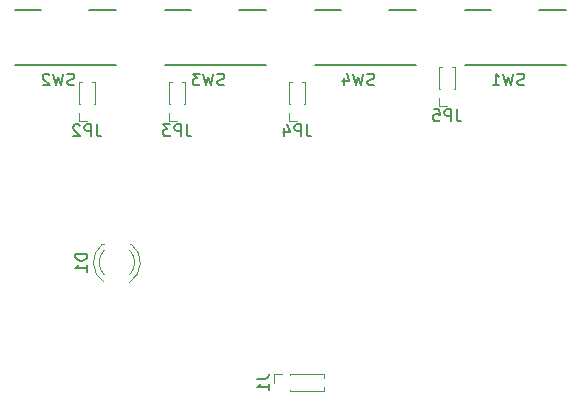
<source format=gbr>
G04 #@! TF.GenerationSoftware,KiCad,Pcbnew,(5.1.5)-3*
G04 #@! TF.CreationDate,2020-04-10T15:09:37-04:00*
G04 #@! TF.ProjectId,final_project,66696e61-6c5f-4707-926f-6a6563742e6b,rev?*
G04 #@! TF.SameCoordinates,Original*
G04 #@! TF.FileFunction,Legend,Bot*
G04 #@! TF.FilePolarity,Positive*
%FSLAX46Y46*%
G04 Gerber Fmt 4.6, Leading zero omitted, Abs format (unit mm)*
G04 Created by KiCad (PCBNEW (5.1.5)-3) date 2020-04-10 15:09:37*
%MOMM*%
%LPD*%
G04 APERTURE LIST*
%ADD10C,0.120000*%
%ADD11C,0.150000*%
G04 APERTURE END LIST*
D10*
X123765000Y-66020000D02*
X124065507Y-66020000D01*
X124854493Y-66020000D02*
X125155000Y-66020000D01*
X123765000Y-67895000D02*
X123765000Y-66020000D01*
X125155000Y-67895000D02*
X125155000Y-66020000D01*
X123765000Y-67895000D02*
X123851724Y-67895000D01*
X125068276Y-67895000D02*
X125155000Y-67895000D01*
X123765000Y-68580000D02*
X123765000Y-69265000D01*
X123765000Y-69265000D02*
X124460000Y-69265000D01*
X118301392Y-82952335D02*
G75*
G02X118144484Y-79720000I1078608J1672335D01*
G01*
X120458608Y-82952335D02*
G75*
G03X120615516Y-79720000I-1078608J1672335D01*
G01*
X118300163Y-82321130D02*
G75*
G02X118300000Y-80239039I1079837J1041130D01*
G01*
X120459837Y-82321130D02*
G75*
G03X120460000Y-80239039I-1079837J1041130D01*
G01*
X118144000Y-79720000D02*
X118300000Y-79720000D01*
X120460000Y-79720000D02*
X120616000Y-79720000D01*
X136910000Y-90745000D02*
X136910000Y-91045507D01*
X136910000Y-91834493D02*
X136910000Y-92135000D01*
X134035000Y-90745000D02*
X136910000Y-90745000D01*
X134035000Y-92135000D02*
X136910000Y-92135000D01*
X134035000Y-90745000D02*
X134035000Y-90831724D01*
X134035000Y-92048276D02*
X134035000Y-92135000D01*
X133350000Y-90745000D02*
X132665000Y-90745000D01*
X132665000Y-90745000D02*
X132665000Y-91440000D01*
X116145000Y-69265000D02*
X116840000Y-69265000D01*
X116145000Y-68580000D02*
X116145000Y-69265000D01*
X117448276Y-67895000D02*
X117535000Y-67895000D01*
X116145000Y-67895000D02*
X116231724Y-67895000D01*
X117535000Y-67895000D02*
X117535000Y-66020000D01*
X116145000Y-67895000D02*
X116145000Y-66020000D01*
X117234493Y-66020000D02*
X117535000Y-66020000D01*
X116145000Y-66020000D02*
X116445507Y-66020000D01*
X133925000Y-69265000D02*
X134620000Y-69265000D01*
X133925000Y-68580000D02*
X133925000Y-69265000D01*
X135228276Y-67895000D02*
X135315000Y-67895000D01*
X133925000Y-67895000D02*
X134011724Y-67895000D01*
X135315000Y-67895000D02*
X135315000Y-66020000D01*
X133925000Y-67895000D02*
X133925000Y-66020000D01*
X135014493Y-66020000D02*
X135315000Y-66020000D01*
X133925000Y-66020000D02*
X134225507Y-66020000D01*
X146625000Y-64750000D02*
X146925507Y-64750000D01*
X147714493Y-64750000D02*
X148015000Y-64750000D01*
X146625000Y-66625000D02*
X146625000Y-64750000D01*
X148015000Y-66625000D02*
X148015000Y-64750000D01*
X146625000Y-66625000D02*
X146711724Y-66625000D01*
X147928276Y-66625000D02*
X148015000Y-66625000D01*
X146625000Y-67310000D02*
X146625000Y-67995000D01*
X146625000Y-67995000D02*
X147320000Y-67995000D01*
D11*
X155130000Y-59930000D02*
X157430000Y-59930000D01*
X148830000Y-59930000D02*
X151030000Y-59930000D01*
X148830000Y-64530000D02*
X157430000Y-64530000D01*
X117030000Y-59930000D02*
X119330000Y-59930000D01*
X110730000Y-59930000D02*
X112930000Y-59930000D01*
X110730000Y-64530000D02*
X119330000Y-64530000D01*
X123430000Y-64530000D02*
X132030000Y-64530000D01*
X123430000Y-59930000D02*
X125630000Y-59930000D01*
X129730000Y-59930000D02*
X132030000Y-59930000D01*
X136130000Y-64530000D02*
X144730000Y-64530000D01*
X136130000Y-59930000D02*
X138330000Y-59930000D01*
X142430000Y-59930000D02*
X144730000Y-59930000D01*
X125293333Y-69592380D02*
X125293333Y-70306666D01*
X125340952Y-70449523D01*
X125436190Y-70544761D01*
X125579047Y-70592380D01*
X125674285Y-70592380D01*
X124817142Y-70592380D02*
X124817142Y-69592380D01*
X124436190Y-69592380D01*
X124340952Y-69640000D01*
X124293333Y-69687619D01*
X124245714Y-69782857D01*
X124245714Y-69925714D01*
X124293333Y-70020952D01*
X124340952Y-70068571D01*
X124436190Y-70116190D01*
X124817142Y-70116190D01*
X123912380Y-69592380D02*
X123293333Y-69592380D01*
X123626666Y-69973333D01*
X123483809Y-69973333D01*
X123388571Y-70020952D01*
X123340952Y-70068571D01*
X123293333Y-70163809D01*
X123293333Y-70401904D01*
X123340952Y-70497142D01*
X123388571Y-70544761D01*
X123483809Y-70592380D01*
X123769523Y-70592380D01*
X123864761Y-70544761D01*
X123912380Y-70497142D01*
X116872380Y-80541904D02*
X115872380Y-80541904D01*
X115872380Y-80780000D01*
X115920000Y-80922857D01*
X116015238Y-81018095D01*
X116110476Y-81065714D01*
X116300952Y-81113333D01*
X116443809Y-81113333D01*
X116634285Y-81065714D01*
X116729523Y-81018095D01*
X116824761Y-80922857D01*
X116872380Y-80780000D01*
X116872380Y-80541904D01*
X116872380Y-82065714D02*
X116872380Y-81494285D01*
X116872380Y-81780000D02*
X115872380Y-81780000D01*
X116015238Y-81684761D01*
X116110476Y-81589523D01*
X116158095Y-81494285D01*
X131242380Y-91106666D02*
X131956666Y-91106666D01*
X132099523Y-91059047D01*
X132194761Y-90963809D01*
X132242380Y-90820952D01*
X132242380Y-90725714D01*
X132242380Y-92106666D02*
X132242380Y-91535238D01*
X132242380Y-91820952D02*
X131242380Y-91820952D01*
X131385238Y-91725714D01*
X131480476Y-91630476D01*
X131528095Y-91535238D01*
X117673333Y-69592380D02*
X117673333Y-70306666D01*
X117720952Y-70449523D01*
X117816190Y-70544761D01*
X117959047Y-70592380D01*
X118054285Y-70592380D01*
X117197142Y-70592380D02*
X117197142Y-69592380D01*
X116816190Y-69592380D01*
X116720952Y-69640000D01*
X116673333Y-69687619D01*
X116625714Y-69782857D01*
X116625714Y-69925714D01*
X116673333Y-70020952D01*
X116720952Y-70068571D01*
X116816190Y-70116190D01*
X117197142Y-70116190D01*
X116244761Y-69687619D02*
X116197142Y-69640000D01*
X116101904Y-69592380D01*
X115863809Y-69592380D01*
X115768571Y-69640000D01*
X115720952Y-69687619D01*
X115673333Y-69782857D01*
X115673333Y-69878095D01*
X115720952Y-70020952D01*
X116292380Y-70592380D01*
X115673333Y-70592380D01*
X135453333Y-69592380D02*
X135453333Y-70306666D01*
X135500952Y-70449523D01*
X135596190Y-70544761D01*
X135739047Y-70592380D01*
X135834285Y-70592380D01*
X134977142Y-70592380D02*
X134977142Y-69592380D01*
X134596190Y-69592380D01*
X134500952Y-69640000D01*
X134453333Y-69687619D01*
X134405714Y-69782857D01*
X134405714Y-69925714D01*
X134453333Y-70020952D01*
X134500952Y-70068571D01*
X134596190Y-70116190D01*
X134977142Y-70116190D01*
X133548571Y-69925714D02*
X133548571Y-70592380D01*
X133786666Y-69544761D02*
X134024761Y-70259047D01*
X133405714Y-70259047D01*
X148153333Y-68322380D02*
X148153333Y-69036666D01*
X148200952Y-69179523D01*
X148296190Y-69274761D01*
X148439047Y-69322380D01*
X148534285Y-69322380D01*
X147677142Y-69322380D02*
X147677142Y-68322380D01*
X147296190Y-68322380D01*
X147200952Y-68370000D01*
X147153333Y-68417619D01*
X147105714Y-68512857D01*
X147105714Y-68655714D01*
X147153333Y-68750952D01*
X147200952Y-68798571D01*
X147296190Y-68846190D01*
X147677142Y-68846190D01*
X146200952Y-68322380D02*
X146677142Y-68322380D01*
X146724761Y-68798571D01*
X146677142Y-68750952D01*
X146581904Y-68703333D01*
X146343809Y-68703333D01*
X146248571Y-68750952D01*
X146200952Y-68798571D01*
X146153333Y-68893809D01*
X146153333Y-69131904D01*
X146200952Y-69227142D01*
X146248571Y-69274761D01*
X146343809Y-69322380D01*
X146581904Y-69322380D01*
X146677142Y-69274761D01*
X146724761Y-69227142D01*
X153863333Y-66234761D02*
X153720476Y-66282380D01*
X153482380Y-66282380D01*
X153387142Y-66234761D01*
X153339523Y-66187142D01*
X153291904Y-66091904D01*
X153291904Y-65996666D01*
X153339523Y-65901428D01*
X153387142Y-65853809D01*
X153482380Y-65806190D01*
X153672857Y-65758571D01*
X153768095Y-65710952D01*
X153815714Y-65663333D01*
X153863333Y-65568095D01*
X153863333Y-65472857D01*
X153815714Y-65377619D01*
X153768095Y-65330000D01*
X153672857Y-65282380D01*
X153434761Y-65282380D01*
X153291904Y-65330000D01*
X152958571Y-65282380D02*
X152720476Y-66282380D01*
X152530000Y-65568095D01*
X152339523Y-66282380D01*
X152101428Y-65282380D01*
X151196666Y-66282380D02*
X151768095Y-66282380D01*
X151482380Y-66282380D02*
X151482380Y-65282380D01*
X151577619Y-65425238D01*
X151672857Y-65520476D01*
X151768095Y-65568095D01*
X115763333Y-66234761D02*
X115620476Y-66282380D01*
X115382380Y-66282380D01*
X115287142Y-66234761D01*
X115239523Y-66187142D01*
X115191904Y-66091904D01*
X115191904Y-65996666D01*
X115239523Y-65901428D01*
X115287142Y-65853809D01*
X115382380Y-65806190D01*
X115572857Y-65758571D01*
X115668095Y-65710952D01*
X115715714Y-65663333D01*
X115763333Y-65568095D01*
X115763333Y-65472857D01*
X115715714Y-65377619D01*
X115668095Y-65330000D01*
X115572857Y-65282380D01*
X115334761Y-65282380D01*
X115191904Y-65330000D01*
X114858571Y-65282380D02*
X114620476Y-66282380D01*
X114430000Y-65568095D01*
X114239523Y-66282380D01*
X114001428Y-65282380D01*
X113668095Y-65377619D02*
X113620476Y-65330000D01*
X113525238Y-65282380D01*
X113287142Y-65282380D01*
X113191904Y-65330000D01*
X113144285Y-65377619D01*
X113096666Y-65472857D01*
X113096666Y-65568095D01*
X113144285Y-65710952D01*
X113715714Y-66282380D01*
X113096666Y-66282380D01*
X128463333Y-66234761D02*
X128320476Y-66282380D01*
X128082380Y-66282380D01*
X127987142Y-66234761D01*
X127939523Y-66187142D01*
X127891904Y-66091904D01*
X127891904Y-65996666D01*
X127939523Y-65901428D01*
X127987142Y-65853809D01*
X128082380Y-65806190D01*
X128272857Y-65758571D01*
X128368095Y-65710952D01*
X128415714Y-65663333D01*
X128463333Y-65568095D01*
X128463333Y-65472857D01*
X128415714Y-65377619D01*
X128368095Y-65330000D01*
X128272857Y-65282380D01*
X128034761Y-65282380D01*
X127891904Y-65330000D01*
X127558571Y-65282380D02*
X127320476Y-66282380D01*
X127130000Y-65568095D01*
X126939523Y-66282380D01*
X126701428Y-65282380D01*
X126415714Y-65282380D02*
X125796666Y-65282380D01*
X126130000Y-65663333D01*
X125987142Y-65663333D01*
X125891904Y-65710952D01*
X125844285Y-65758571D01*
X125796666Y-65853809D01*
X125796666Y-66091904D01*
X125844285Y-66187142D01*
X125891904Y-66234761D01*
X125987142Y-66282380D01*
X126272857Y-66282380D01*
X126368095Y-66234761D01*
X126415714Y-66187142D01*
X141163333Y-66234761D02*
X141020476Y-66282380D01*
X140782380Y-66282380D01*
X140687142Y-66234761D01*
X140639523Y-66187142D01*
X140591904Y-66091904D01*
X140591904Y-65996666D01*
X140639523Y-65901428D01*
X140687142Y-65853809D01*
X140782380Y-65806190D01*
X140972857Y-65758571D01*
X141068095Y-65710952D01*
X141115714Y-65663333D01*
X141163333Y-65568095D01*
X141163333Y-65472857D01*
X141115714Y-65377619D01*
X141068095Y-65330000D01*
X140972857Y-65282380D01*
X140734761Y-65282380D01*
X140591904Y-65330000D01*
X140258571Y-65282380D02*
X140020476Y-66282380D01*
X139830000Y-65568095D01*
X139639523Y-66282380D01*
X139401428Y-65282380D01*
X138591904Y-65615714D02*
X138591904Y-66282380D01*
X138830000Y-65234761D02*
X139068095Y-65949047D01*
X138449047Y-65949047D01*
M02*

</source>
